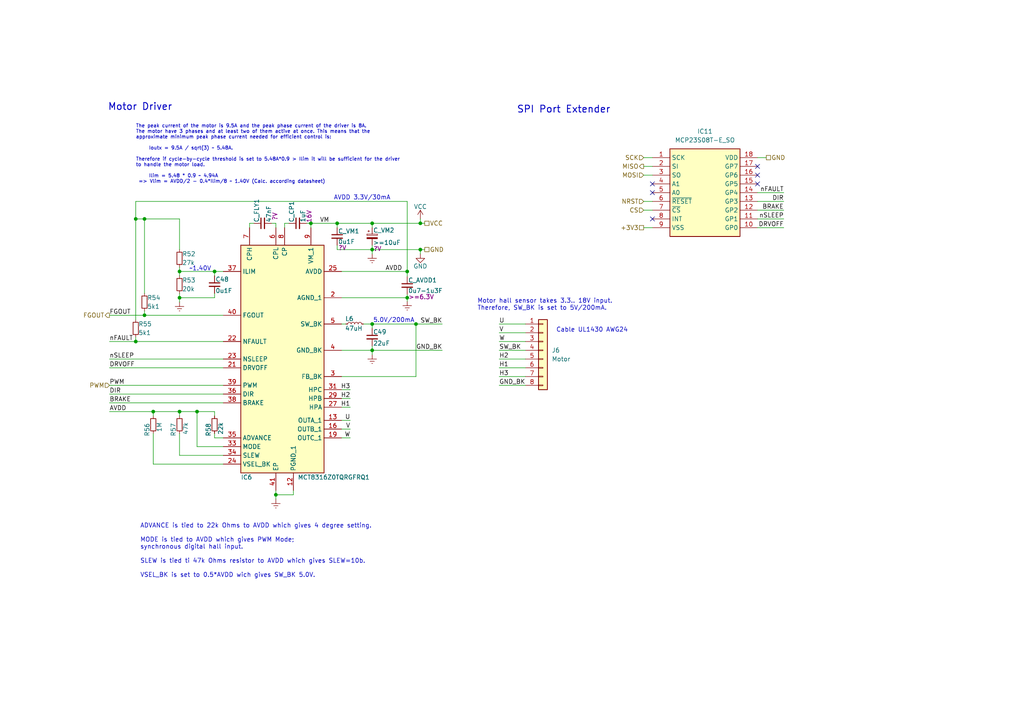
<source format=kicad_sch>
(kicad_sch (version 20230121) (generator eeschema)
  (paper "A4")
  (title_block (title "MotorDrive") (date "2024-01-18") (rev "v0.1"))
  (lib_symbols
    (symbol "Connector_Generic:Conn_01x08" (pin_names (offset 1.016) hide)
      (property "Reference" "J" (at 0 10.16 0))
      (property "Value" "Conn_01x08" (at 0 -12.7 0))
      (symbol "Conn_01x08_1_1"
        (rectangle (start -1.27 -10.033) (end 0 -10.287) (stroke (width 0.1524)))
        (rectangle (start -1.27 -7.493) (end 0 -7.747) (stroke (width 0.1524)))
        (rectangle (start -1.27 -4.953) (end 0 -5.207) (stroke (width 0.1524)))
        (rectangle (start -1.27 -2.413) (end 0 -2.667) (stroke (width 0.1524)))
        (rectangle (start -1.27 0.127) (end 0 -0.127) (stroke (width 0.1524)))
        (rectangle (start -1.27 2.667) (end 0 2.413) (stroke (width 0.1524)))
        (rectangle (start -1.27 5.207) (end 0 4.953) (stroke (width 0.1524)))
        (rectangle (start -1.27 7.747) (end 0 7.493) (stroke (width 0.1524)))
        (rectangle (start -1.27 8.89) (end 1.27 -11.43) (stroke (width 0.254)) (fill (type background)))
        (pin passive line (at -5.08 7.62 0) (length 3.81) (name "Pin_1") (number "1"))
        (pin passive line (at -5.08 5.08 0) (length 3.81) (name "Pin_2") (number "2"))
        (pin passive line (at -5.08 2.54 0) (length 3.81) (name "Pin_3") (number "3"))
        (pin passive line (at -5.08 0 0) (length 3.81) (name "Pin_4") (number "4"))
        (pin passive line (at -5.08 -2.54 0) (length 3.81) (name "Pin_5") (number "5"))
        (pin passive line (at -5.08 -5.08 0) (length 3.81) (name "Pin_6") (number "6"))
        (pin passive line (at -5.08 -7.62 0) (length 3.81) (name "Pin_7") (number "7"))
        (pin passive line (at -5.08 -10.16 0) (length 3.81) (name "Pin_8") (number "8"))
      )
    )
    (symbol "Device:C_Polarized_Small" (pin_numbers hide) (pin_names (offset 0.254) hide)
      (property "Reference" "C" (at 0.254 1.778 0))
      (property "Value" "C_Polarized_Small" (at 0.254 -2.032 0))
      (symbol "C_Polarized_Small_0_1"
        (rectangle (start -1.524 -0.3048) (end 1.524 -0.6858) (fill (type outline)))
        (rectangle (start -1.524 0.6858) (end 1.524 0.3048))
        (polyline (pts (xy -1.27 1.524) (xy -0.762 1.524)))
        (polyline (pts (xy -1.016 1.27) (xy -1.016 1.778)))
      )
      (symbol "C_Polarized_Small_1_1"
        (pin passive line (at 0 2.54 270) (length 1.8542) (name "~") (number "1"))
        (pin passive line (at 0 -2.54 90) (length 1.8542) (name "~") (number "2"))
      )
    )
    (symbol "Device:C_Small" (pin_numbers hide) (pin_names (offset 0.254) hide)
      (property "Reference" "C" (at 0.254 1.778 0))
      (property "Value" "C_Small" (at 0.254 -2.032 0))
      (symbol "C_Small_0_1"
        (polyline (pts (xy -1.524 -0.508) (xy 1.524 -0.508)) (stroke (width 0.3302)))
        (polyline (pts (xy -1.524 0.508) (xy 1.524 0.508)) (stroke (width 0.3048)))
      )
      (symbol "C_Small_1_1"
        (pin passive line (at 0 2.54 270) (length 2.032) (name "~") (number "1"))
        (pin passive line (at 0 -2.54 90) (length 2.032) (name "~") (number "2"))
      )
    )
    (symbol "Device:L_Small" (pin_numbers hide) (pin_names (offset 0.254) hide)
      (property "Reference" "L" (at 0.762 1.016 0))
      (property "Value" "L_Small" (at 0.762 -1.016 0))
      (symbol "L_Small_0_1"
        (arc (start 0 -2.032) (mid 0.5058 -1.524) (end 0 -1.016))
        (arc (start 0 -1.016) (mid 0.5058 -0.508) (end 0 0))
        (arc (start 0 0) (mid 0.5058 0.508) (end 0 1.016))
        (arc (start 0 1.016) (mid 0.5058 1.524) (end 0 2.032))
      )
      (symbol "L_Small_1_1"
        (pin passive line (at 0 2.54 270) (length 0.508) (name "~") (number "1"))
        (pin passive line (at 0 -2.54 90) (length 0.508) (name "~") (number "2"))
      )
    )
    (symbol "Device:R_Small" (pin_numbers hide) (pin_names (offset 0.254) hide)
      (property "Reference" "R" (at 0.762 0.508 0))
      (property "Value" "R_Small" (at 0.762 -1.016 0))
      (symbol "R_Small_0_1"
        (rectangle (start -0.762 1.778) (end 0.762 -1.778) (stroke (width 0.2032)))
      )
      (symbol "R_Small_1_1"
        (pin passive line (at 0 2.54 270) (length 0.762) (name "~") (number "1"))
        (pin passive line (at 0 -2.54 90) (length 0.762) (name "~") (number "2"))
      )
    )
    (symbol "MCP23S08T-E_SO:MCP23S08T-E_SO"
      (property "Reference" "IC" (at 26.67 7.62 0))
      (property "Value" "MCP23S08T-E_SO" (at 26.67 5.08 0))
      (symbol "MCP23S08T-E_SO_1_1"
        (rectangle (start 5.08 2.54) (end 25.4 -22.86) (stroke (width 0.254)) (fill (type background)))
        (pin passive line (at 0 0 0) (length 5.08) (name "SCK") (number "1"))
        (pin passive line (at 30.48 -20.32 180) (length 5.08) (name "GP0") (number "10"))
        (pin passive line (at 30.48 -17.78 180) (length 5.08) (name "GP1") (number "11"))
        (pin passive line (at 30.48 -15.24 180) (length 5.08) (name "GP2") (number "12"))
        (pin passive line (at 30.48 -12.7 180) (length 5.08) (name "GP3") (number "13"))
        (pin passive line (at 30.48 -10.16 180) (length 5.08) (name "GP4") (number "14"))
        (pin passive line (at 30.48 -7.62 180) (length 5.08) (name "GP5") (number "15"))
        (pin passive line (at 30.48 -5.08 180) (length 5.08) (name "GP6") (number "16"))
        (pin passive line (at 30.48 -2.54 180) (length 5.08) (name "GP7") (number "17"))
        (pin passive line (at 30.48 0 180) (length 5.08) (name "VDD") (number "18"))
        (pin passive line (at 0 -2.54 0) (length 5.08) (name "SI") (number "2"))
        (pin passive line (at 0 -5.08 0) (length 5.08) (name "SO") (number "3"))
        (pin passive line (at 0 -7.62 0) (length 5.08) (name "A1") (number "4"))
        (pin passive line (at 0 -10.16 0) (length 5.08) (name "A0") (number "5"))
        (pin passive line (at 0 -12.7 0) (length 5.08) (name "~{RESET}") (number "6"))
        (pin passive line (at 0 -15.24 0) (length 5.08) (name "~{CS}") (number "7"))
        (pin passive line (at 0 -17.78 0) (length 5.08) (name "INT") (number "8"))
        (pin passive line (at 0 -20.32 0) (length 5.08) (name "VSS") (number "9"))
      )
    )
    (symbol "MCT8316Z0TQRGFRQ1:MCT8316Z0TQRGFRQ1"
      (property "Reference" "IC?" (at 5.08 -54.61 0))
      (property "Value" "MCT8316Z0TQRGFRQ1" (at 21.59 -54.61 0))
      (symbol "MCT8316Z0TQRGFRQ1_1_1"
        (rectangle (start 5.08 12.7) (end 29.21 -53.34) (stroke (width 0.254)) (fill (type background)))
        (pin no_connect line (at 29.21 -5.08 180) (length 5.08) hide (name "NC") (number "1"))
        (pin passive line (at 25.4 17.78 270) (length 5.08) hide (name "VM_2") (number "10"))
        (pin passive line (at 25.4 17.78 270) (length 5.08) hide (name "VM_3") (number "11"))
        (pin passive line (at 20.32 -58.42 90) (length 5.08) (name "PGND_1") (number "12"))
        (pin passive line (at 34.29 -38.1 180) (length 5.08) (name "OUTA_1") (number "13"))
        (pin passive line (at 34.29 -38.1 180) (length 5.08) hide (name "OUTA_2") (number "14"))
        (pin passive line (at 20.32 -58.42 90) (length 5.08) hide (name "PGND_2") (number "15"))
        (pin passive line (at 34.29 -40.64 180) (length 5.08) (name "OUTB_1") (number "16"))
        (pin passive line (at 34.29 -40.64 180) (length 5.08) hide (name "OUTB_2") (number "17"))
        (pin passive line (at 20.32 -58.42 90) (length 5.08) hide (name "PGND_3") (number "18"))
        (pin passive line (at 34.29 -43.18 180) (length 5.08) (name "OUTC_1") (number "19"))
        (pin passive line (at 34.29 -2.54 180) (length 5.08) (name "AGND_1") (number "2"))
        (pin passive line (at 34.29 -43.18 180) (length 5.08) hide (name "OUTC_2") (number "20"))
        (pin passive line (at 0 -22.86 0) (length 5.08) (name "DRVOFF") (number "21"))
        (pin passive line (at 0 -15.24 0) (length 5.08) (name "NFAULT") (number "22"))
        (pin passive line (at 0 -20.32 0) (length 5.08) (name "NSLEEP") (number "23"))
        (pin passive line (at 0 -50.8 0) (length 5.08) (name "VSEL_BK") (number "24"))
        (pin passive line (at 34.29 5.08 180) (length 5.08) (name "AVDD") (number "25"))
        (pin passive line (at 34.29 -2.54 180) (length 5.08) hide (name "AGND_2") (number "26"))
        (pin passive line (at 34.29 -34.29 180) (length 5.08) (name "HPA") (number "27"))
        (pin no_connect line (at 29.21 -21.59 180) (length 5.08) hide (name "HNA") (number "28"))
        (pin passive line (at 34.29 -31.75 180) (length 5.08) (name "HPB") (number "29"))
        (pin passive line (at 34.29 -25.4 180) (length 5.08) (name "FB_BK") (number "3"))
        (pin no_connect line (at 29.21 -21.59 180) (length 5.08) hide (name "HNB") (number "30"))
        (pin passive line (at 34.29 -29.21 180) (length 5.08) (name "HPC") (number "31"))
        (pin no_connect line (at 29.21 -21.59 180) (length 5.08) hide (name "HNC") (number "32"))
        (pin passive line (at 0 -45.72 0) (length 5.08) (name "MODE") (number "33"))
        (pin passive line (at 0 -48.26 0) (length 5.08) (name "SLEW") (number "34"))
        (pin passive line (at 0 -43.18 0) (length 5.08) (name "ADVANCE") (number "35"))
        (pin passive line (at 0 -30.48 0) (length 5.08) (name "DIR") (number "36"))
        (pin passive line (at 0 5.08 0) (length 5.08) (name "ILIM") (number "37"))
        (pin passive line (at 0 -33.02 0) (length 5.08) (name "BRAKE") (number "38"))
        (pin passive line (at 0 -27.94 0) (length 5.08) (name "PWM") (number "39"))
        (pin passive line (at 34.29 -17.78 180) (length 5.08) (name "GND_BK") (number "4"))
        (pin passive line (at 0 -7.62 0) (length 5.08) (name "FGOUT") (number "40"))
        (pin passive line (at 15.24 -58.42 90) (length 5.08) (name "EP") (number "41"))
        (pin passive line (at 34.29 -10.16 180) (length 5.08) (name "SW_BK") (number "5"))
        (pin passive line (at 15.24 17.78 270) (length 5.08) (name "CPL") (number "6"))
        (pin passive line (at 7.62 17.78 270) (length 5.08) (name "CPH") (number "7"))
        (pin passive line (at 17.78 17.78 270) (length 5.08) (name "CP") (number "8"))
        (pin passive line (at 25.4 17.78 270) (length 5.08) (name "VM_1") (number "9"))
      )
    )
    (symbol "power:GND" (power) (pin_names (offset 0))
      (property "Value" "GND" (at 0 -3.81 0))
      (symbol "GND_0_1"
        (polyline (pts (xy 0 0) (xy 0 -1.27) (xy 1.27 -1.27) (xy 0 -2.54) (xy -1.27 -1.27) (xy 0 -1.27)))
      )
      (symbol "GND_1_1"
        (pin power_in line (at 0 0 270) (length 0) hide (name "GND") (number "1"))
      )
    )
    (symbol "power:GNDREF" (power) (pin_names (offset 0))
      (property "Value" "GNDREF" (at 0 -3.81 0))
      (symbol "GNDREF_0_1"
        (polyline (pts (xy -0.635 -1.905) (xy 0.635 -1.905)))
        (polyline (pts (xy -0.127 -2.54) (xy 0.127 -2.54)))
        (polyline (pts (xy 0 -1.27) (xy 0 0)))
        (polyline (pts (xy 1.27 -1.27) (xy -1.27 -1.27)))
      )
      (symbol "GNDREF_1_1"
        (pin power_in line (at 0 0 270) (length 0) hide (name "GNDREF") (number "1"))
      )
    )
    (symbol "power:VCC" (power) (pin_names (offset 0))
      (property "Value" "VCC" (at 0 3.81 0))
      (symbol "VCC_0_1"
        (polyline (pts (xy -0.762 1.27) (xy 0 2.54)))
        (polyline (pts (xy 0 0) (xy 0 2.54)))
        (polyline (pts (xy 0 2.54) (xy 0.762 1.27)))
      )
      (symbol "VCC_1_1"
        (pin power_in line (at 0 0 90) (length 0) hide (name "VCC") (number "1"))
      )
    )
  )
  (junction (at 39.37 99.06))
  (junction (at 39.37 63.5))
  (junction (at 107.95 93.98))
  (junction (at 118.11 86.36))
  (junction (at 62.23 78.74))
  (junction (at 44.45 119.38))
  (junction (at 120.65 93.98))
  (junction (at 107.95 64.77))
  (junction (at 107.95 101.6))
  (junction (at 121.92 72.39))
  (junction (at 52.07 119.38))
  (junction (at 121.92 64.77))
  (junction (at 57.15 119.38))
  (junction (at 90.17 64.77))
  (junction (at 41.91 63.5))
  (junction (at 80.01 143.51))
  (junction (at 107.95 72.39))
  (junction (at 52.07 78.74))
  (junction (at 52.07 86.36))
  (junction (at 41.91 91.44))
  (junction (at 118.11 78.74))
  (junction (at 97.79 64.77))
  (no_connect (at 219.71 53.34))
  (no_connect (at 219.71 48.26))
  (no_connect (at 189.23 55.88))
  (no_connect (at 189.23 63.5))
  (no_connect (at 189.23 53.34))
  (no_connect (at 219.71 50.8))
  (wire (pts (xy 85.09 142.24) (xy 85.09 143.51)))
  (wire (pts (xy 44.45 134.62) (xy 64.77 134.62)))
  (wire (pts (xy 120.65 93.98) (xy 120.65 109.22)))
  (wire (pts (xy 99.06 124.46) (xy 101.6 124.46)))
  (wire (pts (xy 118.11 58.42) (xy 118.11 78.74)))
  (wire (pts (xy 85.09 143.51) (xy 80.01 143.51)))
  (wire (pts (xy 52.07 78.74) (xy 52.07 80.01)))
  (wire (pts (xy 31.75 99.06) (xy 39.37 99.06)))
  (wire (pts (xy 80.01 143.51) (xy 80.01 144.78)))
  (wire (pts (xy 144.78 104.14) (xy 152.4 104.14)))
  (wire (pts (xy 107.95 100.33) (xy 107.95 101.6)))
  (wire (pts (xy 219.71 60.96) (xy 227.33 60.96)))
  (wire (pts (xy 144.78 101.6) (xy 152.4 101.6)))
  (wire (pts (xy 144.78 106.68) (xy 152.4 106.68)))
  (wire (pts (xy 62.23 125.73) (xy 62.23 127)))
  (wire (pts (xy 219.71 58.42) (xy 227.33 58.42)))
  (wire (pts (xy 120.65 93.98) (xy 128.27 93.98)))
  (wire (pts (xy 144.78 111.76) (xy 152.4 111.76)))
  (wire (pts (xy 118.11 86.36) (xy 118.11 87.376)))
  (wire (pts (xy 57.15 119.38) (xy 62.23 119.38)))
  (wire (pts (xy 97.79 64.77) (xy 97.79 66.04)))
  (wire (pts (xy 41.91 91.44) (xy 41.91 90.17)))
  (wire (pts (xy 62.23 78.74) (xy 62.23 80.01)))
  (wire (pts (xy 31.75 116.84) (xy 64.77 116.84)))
  (wire (pts (xy 72.39 64.77) (xy 73.66 64.77)))
  (wire (pts (xy 39.37 99.06) (xy 39.37 97.79)))
  (wire (pts (xy 186.69 58.42) (xy 189.23 58.42)))
  (wire (pts (xy 107.95 72.39) (xy 121.92 72.39)))
  (wire (pts (xy 99.06 118.11) (xy 101.6 118.11)))
  (wire (pts (xy 144.78 93.98) (xy 152.4 93.98)))
  (wire (pts (xy 107.95 71.12) (xy 107.95 72.39)))
  (wire (pts (xy 118.11 58.42) (xy 39.37 58.42)))
  (wire (pts (xy 90.17 64.77) (xy 97.79 64.77)))
  (wire (pts (xy 107.95 101.6) (xy 128.27 101.6)))
  (wire (pts (xy 107.95 101.6) (xy 99.06 101.6)))
  (wire (pts (xy 118.11 85.344) (xy 118.11 86.36)))
  (wire (pts (xy 52.07 77.47) (xy 52.07 78.74)))
  (wire (pts (xy 186.69 60.96) (xy 189.23 60.96)))
  (wire (pts (xy 107.95 93.98) (xy 105.41 93.98)))
  (wire (pts (xy 39.37 99.06) (xy 64.77 99.06)))
  (wire (pts (xy 144.78 96.52) (xy 152.4 96.52)))
  (wire (pts (xy 97.79 64.77) (xy 107.95 64.77)))
  (wire (pts (xy 39.37 63.5) (xy 41.91 63.5)))
  (wire (pts (xy 107.95 64.77) (xy 107.95 66.04)))
  (wire (pts (xy 118.11 86.36) (xy 99.06 86.36)))
  (wire (pts (xy 107.95 93.98) (xy 120.65 93.98)))
  (wire (pts (xy 31.75 104.14) (xy 64.77 104.14)))
  (wire (pts (xy 186.69 50.8) (xy 189.23 50.8)))
  (wire (pts (xy 88.9 64.77) (xy 90.17 64.77)))
  (wire (pts (xy 121.92 64.77) (xy 123.19 64.77)))
  (wire (pts (xy 219.71 66.04) (xy 227.33 66.04)))
  (wire (pts (xy 219.71 63.5) (xy 227.33 63.5)))
  (wire (pts (xy 52.07 86.36) (xy 52.07 87.63)))
  (wire (pts (xy 52.07 86.36) (xy 52.07 85.09)))
  (wire (pts (xy 107.95 95.25) (xy 107.95 93.98)))
  (wire (pts (xy 219.71 45.72) (xy 222.25 45.72)))
  (wire (pts (xy 44.45 125.73) (xy 44.45 134.62)))
  (wire (pts (xy 99.06 115.57) (xy 101.6 115.57)))
  (wire (pts (xy 52.07 86.36) (xy 62.23 86.36)))
  (wire (pts (xy 41.91 91.44) (xy 64.77 91.44)))
  (wire (pts (xy 90.17 64.77) (xy 90.17 66.04)))
  (wire (pts (xy 97.79 71.12) (xy 97.79 72.39)))
  (wire (pts (xy 41.91 63.5) (xy 41.91 85.09)))
  (wire (pts (xy 80.01 143.51) (xy 80.01 142.24)))
  (wire (pts (xy 64.77 129.54) (xy 57.15 129.54)))
  (wire (pts (xy 52.07 132.08) (xy 64.77 132.08)))
  (wire (pts (xy 80.01 66.04) (xy 80.01 64.77)))
  (wire (pts (xy 99.06 78.74) (xy 118.11 78.74)))
  (wire (pts (xy 62.23 120.65) (xy 62.23 119.38)))
  (wire (pts (xy 219.71 55.88) (xy 227.33 55.88)))
  (wire (pts (xy 121.92 63.5) (xy 121.92 64.77)))
  (wire (pts (xy 186.69 48.26) (xy 189.23 48.26)))
  (wire (pts (xy 62.23 85.09) (xy 62.23 86.36)))
  (wire (pts (xy 80.01 64.77) (xy 78.74 64.77)))
  (wire (pts (xy 82.55 64.77) (xy 82.55 66.04)))
  (wire (pts (xy 62.23 78.74) (xy 64.77 78.74)))
  (wire (pts (xy 31.75 106.68) (xy 64.77 106.68)))
  (wire (pts (xy 99.06 113.03) (xy 101.6 113.03)))
  (wire (pts (xy 31.75 111.76) (xy 64.77 111.76)))
  (wire (pts (xy 39.37 63.5) (xy 39.37 92.71)))
  (wire (pts (xy 52.07 119.38) (xy 57.15 119.38)))
  (wire (pts (xy 99.06 121.92) (xy 101.6 121.92)))
  (wire (pts (xy 144.78 99.06) (xy 152.4 99.06)))
  (wire (pts (xy 31.75 91.44) (xy 41.91 91.44)))
  (wire (pts (xy 107.95 72.39) (xy 107.95 73.66)))
  (wire (pts (xy 44.45 119.38) (xy 52.07 119.38)))
  (wire (pts (xy 31.75 114.3) (xy 64.77 114.3)))
  (wire (pts (xy 99.06 93.98) (xy 100.33 93.98)))
  (wire (pts (xy 62.23 127) (xy 64.77 127)))
  (wire (pts (xy 41.91 63.5) (xy 52.07 63.5)))
  (wire (pts (xy 118.11 78.74) (xy 118.11 80.264)))
  (wire (pts (xy 99.06 127) (xy 101.6 127)))
  (wire (pts (xy 52.07 78.74) (xy 62.23 78.74)))
  (wire (pts (xy 72.39 64.77) (xy 72.39 66.04)))
  (wire (pts (xy 107.95 101.6) (xy 107.95 102.87)))
  (wire (pts (xy 121.92 72.39) (xy 121.92 73.66)))
  (wire (pts (xy 83.82 64.77) (xy 82.55 64.77)))
  (wire (pts (xy 52.07 119.38) (xy 52.07 120.65)))
  (wire (pts (xy 52.07 63.5) (xy 52.07 72.39)))
  (wire (pts (xy 186.69 66.04) (xy 189.23 66.04)))
  (wire (pts (xy 44.45 119.38) (xy 44.45 120.65)))
  (wire (pts (xy 144.78 109.22) (xy 152.4 109.22)))
  (wire (pts (xy 99.06 109.22) (xy 120.65 109.22)))
  (wire (pts (xy 39.37 58.42) (xy 39.37 63.5)))
  (wire (pts (xy 57.15 129.54) (xy 57.15 119.38)))
  (wire (pts (xy 31.75 119.38) (xy 44.45 119.38)))
  (wire (pts (xy 97.79 72.39) (xy 107.95 72.39)))
  (wire (pts (xy 186.69 45.72) (xy 189.23 45.72)))
  (wire (pts (xy 121.92 72.39) (xy 123.19 72.39)))
  (wire (pts (xy 107.95 64.77) (xy 121.92 64.77)))
  (wire (pts (xy 52.07 125.73) (xy 52.07 132.08)))
  (text "ADVANCE is tied to 22k Ohms to AVDD which gives 4 degree setting.\n\nMODE is tied to AVDD which gives PWM Mode;\nsynchronous digital hall input.\n\nSLEW is tied ti 47k Ohms resistor to AVDD which gives SLEW=10b.\n\nVSEL_BK is set to 0.5*AVDD wich gives SW_BK 5.0V." (at 40.64 167.64 0) (effects (font (size 1.27 1.27)) (justify left bottom)))
  (text "AVDD 3.3V/30mA" (at 96.774 58.166 0) (effects (font (size 1.27 1.27)) (justify left bottom)))
  (text "~1.40V" (at 54.864 78.74 0) (effects (font (size 1.27 1.27)) (justify left bottom)))
  (text "Motor hall sensor takes 3.3.. 18V input.\nTherefore, SW_BK is set to 5V/200mA." (at 138.43 90.17 0) (effects (font (size 1.27 1.27)) (justify left bottom)))
  (text "5.0V/200mA" (at 108.204 93.726 0) (effects (font (size 1.27 1.27)) (justify left bottom)))
  (text "SPI Port Extender" (at 149.86 33.02 0) (effects (font (size 2 2) (thickness 0.254) bold) (justify left bottom)))
  (text "Motor Driver" (at 31.242 32.258 0) (effects (font (size 2 2) (thickness 0.254) bold) (justify left bottom)))
  (text "Cable UL1430 AWG24" (at 161.29 96.52 0) (effects (font (size 1.27 1.27)) (justify left bottom)))
  (text "The peak current of the motor is 9.5A and the peak phase current of the driver is 8A.\nThe motor have 3 phases and at least two of them active at once. This means that the\napproximate minimum peak phase current needed for efficient control is:\n	\n	Ioutx = 9.5A / sqrt(3) ~ 5.48A.\n\nTherefore if cycle-by-cycle threshold is set to 5.48A*0.9 > Ilim it will be sufficient for the driver\nto handle the motor load.\n\n	Ilim = 5.48 * 0.9 ~ 4.94A\n => Vlim = AVDD/2 - 0.4*Ilim/8 ~ 1.40V (Calc. according datasheet)" (at 39.37 53.34 0) (effects (font (size 1 1)) (justify left bottom)))
  (label "SW_BK" (at 128.27 93.98 180))
  (label "nFAULT" (at 31.75 99.06 0))
  (label "AVDD" (at 31.75 119.38 0))
  (label "VM" (at 95.504 64.77 180))
  (label "GND_BK" (at 144.78 111.76 0))
  (label "BRAKE" (at 227.33 60.96 180))
  (label "H1" (at 144.78 106.68 0))
  (label "GND_BK" (at 128.27 101.6 180))
  (label "H1" (at 101.6 118.11 180))
  (label "DIR" (at 31.75 114.3 0))
  (label "nSLEEP" (at 31.75 104.14 0))
  (label "FGOUT" (at 31.75 91.44 0))
  (label "nSLEEP" (at 227.33 63.5 180))
  (label "U" (at 144.78 93.98 0))
  (label "H2" (at 101.6 115.57 180))
  (label "nFAULT" (at 227.33 55.88 180))
  (label "W" (at 101.6 127 180))
  (label "V" (at 144.78 96.52 0))
  (label "SW_BK" (at 144.78 101.6 0))
  (label "BRAKE" (at 31.75 116.84 0))
  (label "V" (at 101.6 124.46 180))
  (label "AVDD" (at 111.76 78.74 0))
  (label "H3" (at 101.6 113.03 180))
  (label "DRVOFF" (at 227.33 66.04 180))
  (label "U" (at 101.6 121.92 180))
  (label "H3" (at 144.78 109.22 0))
  (label "DRVOFF" (at 31.75 106.68 0))
  (label "PWM" (at 31.75 111.76 0))
  (label "W" (at 144.78 99.06 0))
  (label "DIR" (at 227.33 58.42 180))
  (label "H2" (at 144.78 104.14 0))
  (hierarchical_label "MOSI" (shape input) (at 186.69 50.8 180))
  (hierarchical_label "MISO" (shape output) (at 186.69 48.26 180))
  (hierarchical_label "GND" (shape passive) (at 123.19 72.39 0))
  (hierarchical_label "PWM" (shape input) (at 31.75 111.76 180))
  (hierarchical_label "GND" (shape passive) (at 222.25 45.72 0))
  (hierarchical_label "CS" (shape input) (at 186.69 60.96 180))
  (hierarchical_label "+3V3" (shape passive) (at 186.69 66.04 180))
  (hierarchical_label "FGOUT" (shape output) (at 31.75 91.44 180))
  (hierarchical_label "VCC" (shape passive) (at 123.19 64.77 0))
  (hierarchical_label "NRST" (shape input) (at 186.69 58.42 180))
  (hierarchical_label "SCK" (shape input) (at 186.69 45.72 180))
  (symbol (lib_id "power:GNDREF") (at 80.01 144.78 0) (unit 1)
    (property "Reference" "#PWR061" (effects hide))
    (property "Value" "GNDREF" (effects hide))
  )
  (symbol (lib_id "Device:C_Small") (at 107.95 97.79 0) (unit 1)
    (property "Reference" "C49" (at 108.204 96.266 0) (effects (justify left)))
    (property "Value" "22uF" (at 108.204 99.568 0) (effects (justify left)))
  )
  (symbol (lib_id "Device:R_Small") (at 52.07 74.93 0) (unit 1)
    (property "Reference" "R52" (at 52.832 73.66 0) (effects (justify left)))
    (property "Value" "27k" (at 52.832 76.2 0) (effects (justify left)))
  )
  (symbol (lib_id "Device:R_Small") (at 62.23 123.19 180) (unit 1)
    (property "Reference" "R58" (at 60.452 122.682 90) (effects (justify left)))
    (property "Value" "22k" (at 64.008 122.428 90) (effects (justify left)))
  )
  (symbol (lib_id "Device:C_Polarized_Small") (at 107.95 68.58 0) (unit 1)
    (property "Reference" "C_VM2" (at 108.204 66.802 0) (effects (justify left)))
    (property "Value" ">=10uF" (at 108.204 70.358 0) (effects (justify left)))
    (property "Voltage" "?V" (at 109.474 72.136 0))
  )
  (symbol (lib_id "Device:R_Small") (at 44.45 123.19 180) (unit 1)
    (property "Reference" "R56" (at 42.672 122.682 90) (effects (justify left)))
    (property "Value" "1M" (at 46.228 122.428 90) (effects (justify left)))
  )
  (symbol (lib_id "Device:C_Small") (at 62.23 82.55 0) (unit 1)
    (property "Reference" "C48" (at 62.484 81.026 0) (effects (justify left)))
    (property "Value" "0u1F" (at 62.484 84.328 0) (effects (justify left)))
  )
  (symbol (lib_id "Device:C_Small") (at 86.36 64.77 90) (unit 1)
    (property "Reference" "C_CP1" (at 84.582 64.516 0) (effects (justify left)))
    (property "Value" "1uF" (at 87.884 64.516 0) (effects (justify left)))
    (property "Voltage" "16V" (at 89.662 62.738 0))
  )
  (symbol (lib_id "Device:C_Small") (at 118.11 82.804 0) (unit 1)
    (property "Reference" "C_AVDD1" (at 118.364 81.28 0) (effects (justify left)))
    (property "Value" "0u7-1u3F" (at 118.364 84.328 0) (effects (justify left)))
    (property "Voltage" ">=6.3V" (at 122.174 86.106 0))
  )
  (symbol (lib_id "MCT8316Z0TQRGFRQ1:MCT8316Z0TQRGFRQ1") (at 64.77 83.82 0) (unit 1)
    (property "Reference" "IC6" (at 69.85 138.43 0) (effects (justify left)))
    (property "Value" "MCT8316Z0TQRGFRQ1" (at 86.36 138.43 0) (effects (justify left)))
    (property "Reference_1" "IC" (effects hide))
    (property "Value_1" "MCT8316Z0TQRGFRQ1" (effects hide))
    (property "Footprint_1" "QFN50P500X700X100-41N-D" (effects hide))
    (property "Datasheet_1" "https://www.ti.com/lit/ds/symlink/mct8316z-q1.pdf?ts=1644468763902&ref_url=https%253A%252F%252Fwww.ti.com%252Fproduct%252FMCT8316Z-Q1" (effects hide))
    (property "Height" "1" (effects hide))
    (property "Mouser Part Number" "595-CT8316Z0TQRGFRQ1" (effects hide))
    (property "Mouser Price/Stock" "https://www.mouser.co.uk/ProductDetail/Texas-Instruments/MCT8316Z0TQRGFRQ1?qs=doiCPypUmgGjpIW3bYp16w%3D%3D" (effects hide))
    (property "Manufacturer_Name" "Texas Instruments" (effects hide))
    (property "Manufacturer_Part_Number" "MCT8316Z0TQRGFRQ1" (effects hide))
  )
  (symbol (lib_id "Device:R_Small") (at 52.07 123.19 180) (unit 1)
    (property "Reference" "R57" (at 50.292 122.682 90) (effects (justify left)))
    (property "Value" "47k" (at 53.848 122.428 90) (effects (justify left)))
  )
  (symbol (lib_id "power:GNDREF") (at 52.07 87.63 0) (unit 1)
    (property "Reference" "#PWR059" (effects hide))
    (property "Value" "GNDREF" (effects hide))
  )
  (symbol (lib_id "power:VCC") (at 121.92 63.5 0) (unit 1)
    (property "Reference" "#PWR055" (effects hide))
    (property "Value" "VCC" (at 121.92 59.944 0))
  )
  (symbol (lib_id "power:GNDREF") (at 118.11 87.376 0) (unit 1)
    (property "Reference" "#PWR058" (effects hide))
    (property "Value" "GNDREF" (effects hide))
  )
  (symbol (lib_id "Device:C_Small") (at 76.2 64.77 90) (unit 1)
    (property "Reference" "C_FLY1" (at 74.422 64.516 0) (effects (justify left)))
    (property "Value" "47nF" (at 77.978 64.516 0) (effects (justify left)))
    (property "Voltage" "?V" (at 79.756 62.738 0))
  )
  (symbol (lib_id "power:GNDREF") (at 107.95 73.66 0) (unit 1)
    (property "Reference" "#PWR056" (effects hide))
    (property "Value" "GNDREF" (effects hide))
  )
  (symbol (lib_id "MCP23S08T-E_SO:MCP23S08T-E_SO") (at 189.23 45.72 0) (unit 1)
    (property "Reference" "IC11" (at 204.47 38.1 0))
    (property "Value" "MCP23S08T-E_SO" (at 204.47 40.64 0))
    (property "Footprint" "SOIC127P1030X265-18N" (effects hide))
    (property "Datasheet" "https://ww1.microchip.com/downloads/en/DeviceDoc/MCP23008-MCP23S08-Data-Sheet-20001919F.pdf" (effects hide))
    (property "Height" "2.65" (effects hide))
    (property "Mouser Part Number" "579-MCP23S08T-E/SO" (effects hide))
    (property "Mouser Price/Stock" "https://www.mouser.co.uk/ProductDetail/Microchip-Technology/MCP23S08T-E-SO?qs=InakTnyiSK%2FxkTTRH657Ag%3D%3D" (effects hide))
    (property "Manufacturer_Name" "Microchip" (effects hide))
    (property "Manufacturer_Part_Number" "MCP23S08T-E/SO" (effects hide))
  )
  (symbol (lib_id "Device:R_Small") (at 39.37 95.25 0) (unit 1)
    (property "Reference" "R55" (at 40.132 93.98 0) (effects (justify left)))
    (property "Value" "5k1" (at 40.132 96.52 0) (effects (justify left)))
  )
  (symbol (lib_id "Device:L_Small") (at 102.87 93.98 90) (unit 1)
    (property "Reference" "L6" (at 101.346 92.456 90))
    (property "Value" "47uH" (at 102.616 95.25 90))
  )
  (symbol (lib_id "Connector_Generic:Conn_01x08") (at 157.48 101.6 0) (unit 1)
    (property "Reference" "J6" (at 160.02 101.6 0) (effects (justify left)))
    (property "Value" "Motor" (at 160.02 104.14 0) (effects (justify left)))
  )
  (symbol (lib_id "Device:R_Small") (at 41.91 87.63 0) (unit 1)
    (property "Reference" "R54" (at 42.672 86.36 0) (effects (justify left)))
    (property "Value" "5k1" (at 42.672 88.9 0) (effects (justify left)))
  )
  (symbol (lib_id "power:GNDREF") (at 107.95 102.87 0) (unit 1)
    (property "Reference" "#PWR060" (effects hide))
    (property "Value" "GNDREF" (effects hide))
  )
  (symbol (lib_id "power:GND") (at 121.92 73.66 0) (unit 1)
    (property "Reference" "#PWR057" (effects hide))
    (property "Value" "GND" (at 121.92 77.216 0))
  )
  (symbol (lib_id "Device:R_Small") (at 52.07 82.55 0) (unit 1)
    (property "Reference" "R53" (at 52.832 81.28 0) (effects (justify left)))
    (property "Value" "20k" (at 52.832 83.82 0) (effects (justify left)))
  )
  (symbol (lib_id "Device:C_Small") (at 97.79 68.58 0) (unit 1)
    (property "Reference" "C_VM1" (at 98.044 67.056 0) (effects (justify left)))
    (property "Value" "0u1F" (at 98.044 70.104 0) (effects (justify left)))
    (property "Voltage" "?V" (at 99.314 71.882 0))
  )
)
</source>
